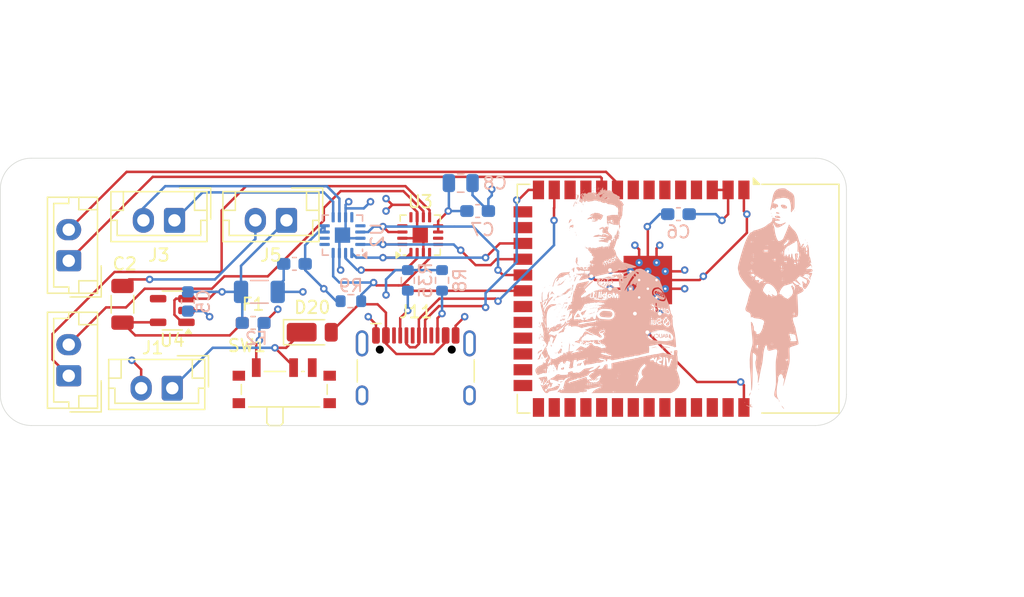
<source format=kicad_pcb>
(kicad_pcb (version 20241229) (generator "pcbnew") (generator_version "9.0")
  (layers (0 "F.Cu" signal) (4 "In1.Cu" power) (6 "In2.Cu" power) (2 "B.Cu" signal) (13 "F.Paste" user) (15 "B.Paste" user) (5 "F.SilkS" user "F.Silkscreen") (7 "B.SilkS" user "B.Silkscreen") (1 "F.Mask" user) (3 "B.Mask" user) (25 "Edge.Cuts" user))
  (net 0 "")
  (net 1 "GND")
  (net 2 "+5V")
  (net 3 "/Power/+3V3_Unfused")
  (net 4 "+3V3")
  (net 5 "/Connectors/5V_unfused")
  (net 6 "/MCU/USB_5V")
  (net 7 "Net-(SW1-A)")
  (net 8 "/Connectors/RX_PICO")
  (net 9 "/Connectors/TX_PICO")
  (net 10 "/Connectors/OUTP_1")
  (net 11 "/Connectors/OUTN_1")
  (net 12 "/Connectors/OUTN_2")
  (net 13 "/Connectors/OUTP_2")
  (net 14 "/MCU/USB_DN")
  (net 17 "/MCU/USB_DP")
  (net 20 "Net-(J11-CC1)")
  (net 22 "Net-(J11-CC2)")
  (net 24 "/MCU/SD_MODE")
  (net 30 "/MCU/I2S_DOUT")
  (net 54 "/MCU/I2S_BCLK")
  (net 56 "/MCU/I2S_LRCLK")
  (footprint "Connector_JST:JST_EH_B2B-EH-A_1x02_P2.50mm_Vertical" (layer "F.Cu") (at 177.82 59.5 180)
    (property "Reference" "J1" (at 1.57 3.25 0) (layer "F.SilkS"))
    (property "Value" "Conn_01x02_Pin" (hide yes))
    (pad "1" thru_hole roundrect (at 0 0 180) (size 1.7 2) (drill 1) (layers "*.Cu" "*.Mask") (roundrect_rratio 0.147059) (net 5 "/Connectors/5V_unfused"))
    (pad "2" thru_hole oval (at 2.5 0 180) (size 1.7 2) (drill 1) (layers "*.Cu" "*.Mask") (net 1 "GND"))
  )
  (footprint "MountingHole:MountingHole_2.2mm_M2_custom" (layer "F.Cu") (at 166 43)
    (property "Reference" "REF**" (hide yes))
    (property "Value" "MountingHole_2.2mm_M2_custom" (hide yes))
    (pad "" np_thru_hole circle (at 0 0) (size 2.2 2.2) (drill 2.2) (layers "*.Cu" "*.Mask"))
  )
  (footprint "Connector_JST:JST_EH_B2B-EH-A_1x02_P2.50mm_Vertical" (layer "F.Cu") (at 187 46 180)
    (property "Reference" "J5" (at 1.25 -2.8 0) (layer "F.SilkS"))
    (property "Value" "Conn_01x02_Pin" (hide yes))
    (pad "1" thru_hole roundrect (at 0 0 180) (size 1.7 2) (drill 1) (layers "*.Cu" "*.Mask") (roundrect_rratio 0.147059) (net 2 "+5V"))
    (pad "2" thru_hole oval (at 2.5 0 180) (size 1.7 2) (drill 1) (layers "*.Cu" "*.Mask") (net 1 "GND"))
  )
  (footprint "Diode_SMD:D_PowerDI-123" (layer "F.Cu") (at 189.07 55)
    (property "Reference" "D20" (at 0 -2 0) (layer "F.SilkS"))
    (property "Value" "D_Schottky" (hide yes))
    (pad "1" smd roundrect (at -0.85 0 180) (size 2.4 1.5) (layers "F.Cu" "F.Mask" "F.Paste") (roundrect_rratio 0.1666666667) (net 5 "/Connectors/5V_unfused"))
    (pad "2" smd roundrect (at 1.525 0 180) (size 1.05 1.5) (layers "F.Cu" "F.Mask" "F.Paste") (roundrect_rratio 0.2380952381) (net 6 "/MCU/USB_5V"))
  )
  (footprint "Connector_JST:JST_EH_B2B-EH-A_1x02_P2.50mm_Vertical" (layer "F.Cu") (at 178 46 180)
    (property "Reference" "J3" (at 1.25 -2.8 0) (layer "F.SilkS"))
    (property "Value" "Conn_01x02_Pin" (hide yes))
    (pad "1" thru_hole roundrect (at 0 0 180) (size 1.7 2) (drill 1) (layers "*.Cu" "*.Mask") (roundrect_rratio 0.147059) (net 10 "/Connectors/OUTP_1"))
    (pad "2" thru_hole oval (at 2.5 0 180) (size 1.7 2) (drill 1) (layers "*.Cu" "*.Mask") (net 11 "/Connectors/OUTN_1"))
  )
  (footprint "RF_Module:ESP32-S3-WROOM-1" (layer "F.Cu") (at 218.5 52.3 -90)
    (property "Reference" "U1" (hide yes))
    (property "Value" "ESP32-S3-WROOM-1" (hide yes))
    (pad "1" smd rect (at -8.75 -5.26 270) (size 1.5 0.9) (layers "F.Cu" "F.Mask" "F.Paste") (net 1 "GND"))
    (pad "2" smd rect (at -8.75 -3.99 270) (size 1.5 0.9) (layers "F.Cu" "F.Mask" "F.Paste") (net 4 "+3V3"))
    (pad "3" smd rect (at -8.75 -2.72 270) (size 1.5 0.9) (layers "F.Cu" "F.Mask" "F.Paste") (net 4 "+3V3"))
    (pad "4" smd rect (at -8.75 -1.45 270) (size 1.5 0.9) (layers "F.Cu" "F.Mask" "F.Paste"))
    (pad "5" smd rect (at -8.75 -0.18 270) (size 1.5 0.9) (layers "F.Cu" "F.Mask" "F.Paste"))
    (pad "6" smd rect (at -8.75 1.09 270) (size 1.5 0.9) (layers "F.Cu" "F.Mask" "F.Paste"))
    (pad "7" smd rect (at -8.75 2.36 270) (size 1.5 0.9) (layers "F.Cu" "F.Mask" "F.Paste"))
    (pad "8" smd rect (at -8.75 3.63 270) (size 1.5 0.9) (layers "F.Cu" "F.Mask" "F.Paste"))
    (pad "9" smd rect (at -8.75 4.9 270) (size 1.5 0.9) (layers "F.Cu" "F.Mask" "F.Paste") (net 8 "/Connectors/RX_PICO"))
    (pad "10" smd rect (at -8.75 6.17 270) (size 1.5 0.9) (layers "F.Cu" "F.Mask" "F.Paste") (net 9 "/Connectors/TX_PICO"))
    (pad "11" smd rect (at -8.75 7.44 270) (size 1.5 0.9) (layers "F.Cu" "F.Mask" "F.Paste"))
    (pad "12" smd rect (at -8.75 8.71 270) (size 1.5 0.9) (layers "F.Cu" "F.Mask" "F.Paste"))
    (pad "13" smd rect (at -8.75 9.98 270) (size 1.5 0.9) (layers "F.Cu" "F.Mask" "F.Paste") (net 14 "/MCU/USB_DN"))
    (pad "14" smd rect (at -8.75 11.25 90) (size 1.5 0.9) (layers "F.Cu" "F.Mask" "F.Paste") (net 17 "/MCU/USB_DP"))
    (pad "15" smd rect (at -6.985 12.5 180) (size 1.5 0.9) (layers "F.Cu" "F.Mask" "F.Paste"))
    (pad "16" smd rect (at -5.715 12.5 180) (size 1.5 0.9) (layers "F.Cu" "F.Mask" "F.Paste"))
    (pad "17" smd rect (at -4.445 12.5 180) (size 1.5 0.9) (layers "F.Cu" "F.Mask" "F.Paste") (net 30 "/MCU/I2S_DOUT"))
    (pad "18" smd rect (at -3.175 12.5 180) (size 1.5 0.9) (layers "F.Cu" "F.Mask" "F.Paste") (net 54 "/MCU/I2S_BCLK"))
    (pad "19" smd rect (at -1.905 12.5 180) (size 1.5 0.9) (layers "F.Cu" "F.Mask" "F.Paste") (net 56 "/MCU/I2S_LRCLK"))
    (pad "20" smd rect (at -0.635 12.5 180) (size 1.5 0.9) (layers "F.Cu" "F.Mask" "F.Paste") (net 24 "/MCU/SD_MODE"))
    (pad "21" smd rect (at 0.635 12.5 180) (size 1.5 0.9) (layers "F.Cu" "F.Mask" "F.Paste"))
    (pad "22" smd rect (at 1.905 12.5 180) (size 1.5 0.9) (layers "F.Cu" "F.Mask" "F.Paste"))
    (pad "23" smd rect (at 3.175 12.5 180) (size 1.5 0.9) (layers "F.Cu" "F.Mask" "F.Paste"))
    (pad "24" smd rect (at 4.445 12.5 180) (size 1.5 0.9) (layers "F.Cu" "F.Mask" "F.Paste"))
    (pad "25" smd rect (at 5.715 12.5 180) (size 1.5 0.9) (layers "F.Cu" "F.Mask" "F.Paste"))
    (pad "26" smd rect (at 6.985 12.5 180) (size 1.5 0.9) (layers "F.Cu" "F.Mask" "F.Paste"))
    (pad "27" smd rect (at 8.75 11.25 270) (size 1.5 0.9) (layers "F.Cu" "F.Mask" "F.Paste"))
    (pad "28" smd rect (at 8.75 9.98 270) (size 1.5 0.9) (layers "F.Cu" "F.Mask" "F.Paste"))
    (pad "29" smd rect (at 8.75 8.71 270) (size 1.5 0.9) (layers "F.Cu" "F.Mask" "F.Paste"))
    (pad "30" smd rect (at 8.75 7.44 270) (size 1.5 0.9) (layers "F.Cu" "F.Mask" "F.Paste"))
    (pad "31" smd rect (at 8.75 6.17 270) (size 1.5 0.9) (layers "F.Cu" "F.Mask" "F.Paste"))
    (pad "32" smd rect (at 8.75 4.9 270) (size 1.5 0.9) (layers "F.Cu" "F.Mask" "F.Paste"))
    (pad "33" smd rect (at 8.75 3.63 270) (size 1.5 0.9) (layers "F.Cu" "F.Mask" "F.Paste"))
    (pad "34" smd rect (at 8.75 2.36 270) (size 1.5 0.9) (layers "F.Cu" "F.Mask" "F.Paste"))
    (pad "35" smd rect (at 8.75 1.09 270) (size 1.5 0.9) (layers "F.Cu" "F.Mask" "F.Paste"))
    (pad "36" smd rect (at 8.75 -0.18 270) (size 1.5 0.9) (layers "F.Cu" "F.Mask" "F.Paste"))
    (pad "37" smd rect (at 8.75 -1.45 270) (size 1.5 0.9) (layers "F.Cu" "F.Mask" "F.Paste"))
    (pad "38" smd rect (at 8.75 -2.72 270) (size 1.5 0.9) (layers "F.Cu" "F.Mask" "F.Paste"))
    (pad "39" smd rect (at 8.75 -3.99 270) (size 1.5 0.9) (layers "F.Cu" "F.Mask" "F.Paste"))
    (pad "40" smd rect (at 8.75 -5.26 270) (size 1.5 0.9) (layers "F.Cu" "F.Mask" "F.Paste") (net 1 "GND"))
    (pad "41" thru_hole circle (at -2.9 1.76) (size 0.6 0.6) (drill 0.2) (property pad_prop_heatsink) (layers "*.Cu" "F.Mask") (net 1 "GND"))
    (pad "41" thru_hole circle (at -2.9 3.16 270) (size 0.6 0.6) (drill 0.2) (property pad_prop_heatsink) (layers "*.Cu" "F.Mask") (net 1 "GND"))
    (pad "41" thru_hole circle (at -2.2 1.06 270) (size 0.6 0.6) (drill 0.2) (property pad_prop_heatsink) (layers "*.Cu" "F.Mask") (net 1 "GND"))
    (pad "41" thru_hole circle (at -2.2 2.46 270) (size 0.6 0.6) (drill 0.2) (property pad_prop_heatsink) (layers "*.Cu" "F.Mask") (net 1 "GND"))
    (pad "41" thru_hole circle (at -2.2 3.86 270) (size 0.6 0.6) (drill 0.2) (property pad_prop_heatsink) (layers "*.Cu" "F.Mask") (net 1 "GND"))
    (pad "41" thru_hole circle (at -1.5 1.76 270) (size 0.6 0.6) (drill 0.2) (property pad_prop_heatsink) (layers "*.Cu" "F.Mask") (net 1 "GND"))
    (pad "41" smd rect (at -1.5 2.46 180) (size 3.9 3.9) (property pad_prop_heatsink) (layers "F.Cu" "F.Mask") (net 1 "GND"))
    (pad "41" thru_hole circle (at -1.5 3.16 270) (size 0.6 0.6) (drill 0.2) (property pad_prop_heatsink) (layers "*.Cu" "F.Mask") (net 1 "GND"))
    (pad "41" thru_hole circle (at -0.8 1.06 270) (size 0.6 0.6) (drill 0.2) (property pad_prop_heatsink) (layers "*.Cu" "F.Mask") (net 1 "GND"))
    (pad "41" thru_hole circle (at -0.8 2.46 270) (size 0.6 0.6) (drill 0.2) (property pad_prop_heatsink) (layers "*.Cu" "F.Mask") (net 1 "GND"))
    (pad "41" thru_hole circle (at -0.8 3.86 270) (size 0.6 0.6) (drill 0.2) (property pad_prop_heatsink) (layers "*.Cu" "F.Mask") (net 1 "GND"))
    (pad "41" thru_hole circle (at -0.1 1.76 270) (size 0.6 0.6) (drill 0.2) (property pad_prop_heatsink) (layers "*.Cu" "F.Mask") (net 1 "GND"))
    (pad "41" thru_hole circle (at -0.1 3.16 270) (size 0.6 0.6) (drill 0.2) (property pad_prop_heatsink) (layers "*.Cu" "F.Mask") (net 1 "GND"))
  )
  (footprint "Connector_JST:JST_EH_B2B-EH-A_1x02_P2.50mm_Vertical" (layer "F.Cu") (at 169.5 58.5 90)
    (property "Reference" "J4" (hide yes))
    (property "Value" "Conn_01x02_Pin" (hide yes))
    (pad "1" thru_hole roundrect (at 0 0 90) (size 1.7 2) (drill 1) (layers "*.Cu" "*.Mask") (roundrect_rratio 0.147059) (net 13 "/Connectors/OUTP_2"))
    (pad "2" thru_hole oval (at 2.5 0 90) (size 1.7 2) (drill 1) (layers "*.Cu" "*.Mask") (net 12 "/Connectors/OUTN_2"))
  )
  (footprint "0_LHRE_Footprints:USB-C_2.0_Receptacle" (layer "F.Cu") (at 197.39 59)
    (property "Reference" "J11" (at 0 -5.645 0) (layer "F.SilkS"))
    (property "Value" "USB_C_Receptacle_USB2.0_16P" (hide yes))
    (pad "" np_thru_hole circle (at -2.89 -2.605) (size 0.65 0.65) (drill 0.65) (layers "*.Mask"))
    (pad "" np_thru_hole circle (at 2.89 -2.605) (size 0.65 0.65) (drill 0.65) (layers "*.Mask"))
    (pad "A1" smd roundrect (at -3.2 -3.745) (size 0.6 1.3) (layers "F.Cu" "F.Mask" "F.Paste") (net 1 "GND"))
    (pad "A4" smd roundrect (at -2.4 -3.745) (size 0.6 1.3) (layers "F.Cu" "F.Mask" "F.Paste") (net 6 "/MCU/USB_5V"))
    (pad "A5" smd roundrect (at -1.25 -3.745) (size 0.3 1.3) (layers "F.Cu" "F.Mask" "F.Paste") (net 20 "Net-(J11-CC1)"))
    (pad "A6" smd roundrect (at -0.25 -3.745) (size 0.3 1.3) (layers "F.Cu" "F.Mask" "F.Paste") (net 17 "/MCU/USB_DP"))
    (pad "A7" smd roundrect (at 0.25 -3.745) (size 0.3 1.3) (layers "F.Cu" "F.Mask" "F.Paste") (net 14 "/MCU/USB_DN"))
    (pad "A8" smd roundrect (at 1.25 -3.745) (size 0.3 1.3) (layers "F.Cu" "F.Mask" "F.Paste"))
    (pad "A9" smd roundrect (at 2.4 -3.745) (size 0.6 1.3) (layers "F.Cu" "F.Mask" "F.Paste") (net 6 "/MCU/USB_5V"))
    (pad "A12" smd roundrect (at 3.2 -3.745) (size 0.6 1.3) (layers "F.Cu" "F.Mask" "F.Paste") (net 1 "GND"))
    (pad "B1" smd roundrect (at 3.2 -3.745) (size 0.6 1.3) (layers "F.Cu" "F.Mask" "F.Paste") (net 1 "GND"))
    (pad "B4" smd roundrect (at 2.4 -3.745) (size 0.6 1.3) (layers "F.Cu" "F.Mask" "F.Paste") (net 6 "/MCU/USB_5V"))
    (pad "B5" smd roundrect (at 1.75 -3.745) (size 0.3 1.3) (layers "F.Cu" "F.Mask" "F.Paste") (net 22 "Net-(J11-CC2)"))
    (pad "B6" smd roundrect (at 0.75 -3.745) (size 0.3 1.3) (layers "F.Cu" "F.Mask" "F.Paste") (net 17 "/MCU/USB_DP"))
    (pad "B7" smd roundrect (at -0.75 -3.745) (size 0.3 1.3) (layers "F.Cu" "F.Mask" "F.Paste") (net 14 "/MCU/USB_DN"))
    (pad "B8" smd roundrect (at -1.75 -3.745) (size 0.3 1.3) (layers "F.Cu" "F.Mask" "F.Paste"))
    (pad "B9" smd roundrect (at -2.4 -3.745) (size 0.6 1.3) (layers "F.Cu" "F.Mask" "F.Paste") (net 6 "/MCU/USB_5V"))
    (pad "B12" smd roundrect (at -3.2 -3.745) (size 0.6 1.3) (layers "F.Cu" "F.Mask" "F.Paste") (net 1 "GND"))
    (pad "S1" thru_hole oval (at -4.32 -3.105) (size 1 2.1) (drill oval 0.6 1.7) (layers "*.Cu" "*.Mask"))
    (pad "S1" thru_hole oval (at -4.32 1.075) (size 1 1.6) (drill oval 0.6 1.2) (layers "*.Cu" "*.Mask"))
    (pad "S1" thru_hole oval (at 4.32 -3.105) (size 1 2.1) (drill oval 0.6 1.7) (layers "*.Cu" "*.Mask"))
    (pad "S1" thru_hole oval (at 4.32 1.075) (size 1 1.6) (drill oval 0.6 1.2) (layers "*.Cu" "*.Mask"))
  )
  (footprint "Capacitor_SMD:C_1206_3216Metric" (layer "F.Cu") (at 173.82 52.75 90)
    (property "Reference" "C2" (at 3.25 0.18 180) (layer "F.SilkS"))
    (property "Value" "4.7u")
    (pad "1" smd roundrect (at -1.475 0 90) (size 1.15 1.8) (layers "F.Cu" "F.Mask" "F.Paste") (roundrect_rratio 0.217391) (net 3 "/Power/+3V3_Unfused"))
    (pad "2" smd roundrect (at 1.475 0 90) (size 1.15 1.8) (layers "F.Cu" "F.Mask" "F.Paste") (roundrect_rratio 0.217391) (net 1 "GND"))
  )
  (footprint "Fuse:Fuse_0603_1608Metric_Pad1.05x0.95mm_HandSolder" (layer "F.Cu") (at 184.32 54.25)
    (property "Reference" "F1" (at 0 -1.5 0) (layer "F.SilkS"))
    (property "Value" "1A" (hide yes))
    (pad "1" smd roundrect (at -0.875 0) (size 1.05 0.95) (layers "F.Cu" "F.Mask" "F.Paste") (net 3 "/Power/+3V3_Unfused"))
    (pad "2" smd roundrect (at 0.875 0) (size 1.05 0.95) (layers "F.Cu" "F.Mask" "F.Paste") (net 4 "+3V3"))
  )
  (footprint "Package_DFN_QFN:TQFN-16-1EP_3x3mm_P0.5mm_EP1.23x1.23mm" (layer "F.Cu") (at 197.75 47.1875 90)
    (property "Reference" "U3" (at 2.6875 0 180) (layer "F.SilkS"))
    (property "Value" "MAX98357A" (hide yes))
    (pad "1" smd roundrect (at -1.4375 -0.75 90) (size 0.825 0.25) (layers "F.Cu" "F.Mask" "F.Paste") (net 30 "/MCU/I2S_DOUT"))
    (pad "2" smd roundrect (at -1.4375 -0.25 90) (size 0.825 0.25) (layers "F.Cu" "F.Mask" "F.Paste") (net 4 "+3V3"))
    (pad "3" smd roundrect (at -1.4375 0.25 90) (size 0.825 0.25) (layers "F.Cu" "F.Mask" "F.Paste") (net 1 "GND"))
    (pad "4" smd roundrect (at -1.4375 0.75 90) (size 0.825 0.25) (layers "F.Cu" "F.Mask" "F.Paste") (net 24 "/MCU/SD_MODE"))
    (pad "5" smd roundrect (at -0.75 1.4375 90) (size 0.25 0.825) (layers "F.Cu" "F.Mask" "F.Paste"))
    (pad "6" smd roundrect (at -0.25 1.4375 90) (size 0.25 0.825) (layers "F.Cu" "F.Mask" "F.Paste"))
    (pad "7" smd roundrect (at 0.25 1.4375 90) (size 0.25 0.825) (layers "F.Cu" "F.Mask" "F.Paste") (net 4 "+3V3"))
    (pad "8" smd roundrect (at 0.75 1.4375 90) (size 0.25 0.825) (layers "F.Cu" "F.Mask" "F.Paste") (net 4 "+3V3"))
    (pad "9" smd roundrect (at 1.4375 0.75 90) (size 0.825 0.25) (layers "F.Cu" "F.Mask" "F.Paste") (net 13 "/Connectors/OUTP_2"))
    (pad "10" smd roundrect (at 1.4375 0.25 90) (size 0.825 0.25) (layers "F.Cu" "F.Mask" "F.Paste") (net 12 "/Connectors/OUTN_2"))
    (pad "11" smd roundrect (at 1.4375 -0.25 90) (size 0.825 0.25) (layers "F.Cu" "F.Mask" "F.Paste") (net 1 "GND"))
    (pad "12" smd roundrect (at 1.4375 -0.75 90) (size 0.825 0.25) (layers "F.Cu" "F.Mask" "F.Paste"))
    (pad "13" smd roundrect (at 0.75 -1.4375 90) (size 0.25 0.825) (layers "F.Cu" "F.Mask" "F.Paste"))
    (pad "14" smd roundrect (at 0.25 -1.4375 90) (size 0.25 0.825) (layers "F.Cu" "F.Mask" "F.Paste") (net 56 "/MCU/I2S_LRCLK"))
    (pad "15" smd roundrect (at -0.25 -1.4375 90) (size 0.25 0.825) (layers "F.Cu" "F.Mask" "F.Paste") (net 1 "GND"))
    (pad "16" smd roundrect (at -0.75 -1.4375 90) (size 0.25 0.825) (layers "F.Cu" "F.Mask" "F.Paste") (net 54 "/MCU/I2S_BCLK"))
    (pad "17" smd rect (at 0 0 90) (size 1.23 1.23) (property pad_prop_heatsink) (layers "F.Cu" "F.Mask") (net 1 "GND"))
  )
  (footprint "Button_Switch_SMD:SW_SPDT_PCM12" (layer "F.Cu") (at 186.82 59.275)
    (property "Reference" "SW1" (at -3 -3.2 0) (layer "F.SilkS"))
    (property "Value" "SW_SPDT" (hide yes))
    (pad "" smd rect (at -3.65 -0.78) (size 1 0.8) (layers "F.Cu" "F.Mask" "F.Paste"))
    (pad "" smd rect (at -3.65 1.43) (size 1 0.8) (layers "F.Cu" "F.Mask" "F.Paste"))
    (pad "" np_thru_hole circle (at -1.5 0.33) (size 0.9 0.9) (drill 0.9) (layers "*.Cu" "*.Mask"))
    (pad "" np_thru_hole circle (at 1.5 0.33) (size 0.9 0.9) (drill 0.9) (layers "*.Cu" "*.Mask"))
    (pad "" smd rect (at 3.65 -0.78) (size 1 0.8) (layers "F.Cu" "F.Mask" "F.Paste"))
    (pad "" smd rect (at 3.65 1.43) (size 1 0.8) (layers "F.Cu" "F.Mask" "F.Paste"))
    (pad "1" smd rect (at -2.25 -1.43) (size 0.7 1.5) (layers "F.Cu" "F.Mask" "F.Paste") (net 7 "Net-(SW1-A)"))
    (pad "2" smd rect (at 0.75 -1.43) (size 0.7 1.5) (layers "F.Cu" "F.Mask" "F.Paste") (net 5 "/Connectors/5V_unfused"))
    (pad "3" smd rect (at 2.25 -1.43) (size 0.7 1.5) (layers "F.Cu" "F.Mask" "F.Paste"))
  )
  (footprint "MountingHole:MountingHole_2.2mm_M2_custom" (layer "F.Cu") (at 166 60.5)
    (property "Reference" "REF**" (hide yes))
    (property "Value" "MountingHole_2.2mm_M2_custom" (hide yes))
    (pad "" np_thru_hole circle (at 0 0) (size 2.2 2.2) (drill 2.2) (layers "*.Cu" "*.Mask"))
  )
  (footprint "Package_TO_SOT_SMD:SOT-23-5" (layer "F.Cu") (at 177.82 53.25 180)
    (property "Reference" "U4" (at 0 -2.4 0) (layer "F.SilkS"))
    (property "Value" "RT9013-33GB" (hide yes))
    (pad "1" smd roundrect (at -1.1375 -0.95 180) (size 1.325 0.6) (layers "F.Cu" "F.Mask" "F.Paste") (net 2 "+5V"))
    (pad "2" smd roundrect (at -1.1375 0 180) (size 1.325 0.6) (layers "F.Cu" "F.Mask" "F.Paste") (net 1 "GND"))
    (pad "3" smd roundrect (at -1.1375 0.95 180) (size 1.325 0.6) (layers "F.Cu" "F.Mask" "F.Paste") (net 2 "+5V"))
    (pad "4" smd roundrect (at 1.1375 0.95 180) (size 1.325 0.6) (layers "F.Cu" "F.Mask" "F.Paste"))
    (pad "5" smd roundrect (at 1.1375 -0.95 180) (size 1.325 0.6) (layers "F.Cu" "F.Mask" "F.Paste") (net 3 "/Power/+3V3_Unfused"))
  )
  (footprint "Connector_JST:JST_EH_B2B-EH-A_1x02_P2.50mm_Vertical" (layer "F.Cu") (at 169.5 49.25 90)
    (property "Reference" "J2" (hide yes))
    (property "Value" "Conn_01x02_Pin" (hide yes))
    (pad "1" thru_hole roundrect (at 0 0 90) (size 1.7 2) (drill 1) (layers "*.Cu" "*.Mask") (roundrect_rratio 0.147059) (net 9 "/Connectors/TX_PICO"))
    (pad "2" thru_hole oval (at 2.5 0 90) (size 1.7 2) (drill 1) (layers "*.Cu" "*.Mask") (net 8 "/Connectors/RX_PICO"))
  )
  (footprint "Fuse:Fuse_0603_1608Metric_Pad1.05x0.95mm_HandSolder" (layer "B.Cu") (at 184.32 54.25 180)
    (property "Reference" "F2" (at -0.25 -1.25 0) (layer "B.SilkS") (effects (justify mirror)))
    (property "Value" "1A" (hide yes))
    (pad "1" smd roundrect (at -0.875 0 180) (size 1.05 0.95) (layers "B.Cu" "B.Mask" "B.Paste") (net 7 "Net-(SW1-A)"))
    (pad "2" smd roundrect (at 0.875 0 180) (size 1.05 0.95) (layers "B.Cu" "B.Mask" "B.Paste") (net 2 "+5V"))
  )
  (footprint "Resistor_SMD:R_0603_1608Metric" (layer "B.Cu") (at 192.175 52.5)
    (property "Reference" "R9" (at 0 -1.25 0) (layer "B.SilkS") (effects (justify mirror)))
    (property "Value" "100k" (hide yes))
    (pad "1" smd roundrect (at -0.825 0) (size 0.8 0.95) (layers "B.Cu" "B.Mask" "B.Paste") (net 4 "+3V3"))
    (pad "2" smd roundrect (at 0.825 0) (size 0.8 0.95) (layers "B.Cu" "B.Mask" "B.Paste") (net 24 "/MCU/SD_MODE"))
  )
  (footprint "Package_DFN_QFN:TQFN-16-1EP_3x3mm_P0.5mm_EP1.23x1.23mm" (layer "B.Cu") (at 191.5 47.1875 90)
    (property "Reference" "U2" (at 0 2.8 90) (layer "B.SilkS") (effects (justify mirror)))
    (property "Value" "MAX98357A" (hide yes))
    (pad "1" smd roundrect (at -1.4375 0.75 90) (size 0.825 0.25) (layers "B.Cu" "B.Mask" "B.Paste") (net 30 "/MCU/I2S_DOUT"))
    (pad "2" smd roundrect (at -1.4375 0.25 90) (size 0.825 0.25) (layers "B.Cu" "B.Mask" "B.Paste") (net 4 "+3V3"))
    (pad "3" smd roundrect (at -1.4375 -0.25 90) (size 0.825 0.25) (layers "B.Cu" "B.Mask" "B.Paste") (net 1 "GND"))
    (pad "4" smd roundrect (at -1.4375 -0.75 90) (size 0.825 0.25) (layers "B.Cu" "B.Mask" "B.Paste") (net 24 "/MCU/SD_MODE"))
    (pad "5" smd roundrect (at -0.75 -1.4375 90) (size 0.25 0.825) (layers "B.Cu" "B.Mask" "B.Paste"))
    (pad "6" smd roundrect (at -0.25 -1.4375 90) (size 0.25 0.825) (layers "B.Cu" "B.Mask" "B.Paste"))
    (pad "7" smd roundrect (at 0.25 -1.4375 90) (size 0.25 0.825) (layers "B.Cu" "B.Mask" "B.Paste") (net 4 "+3V3"))
    (pad "8" smd roundrect (at 0.75 -1.4375 90) (size 0.25 0.825) (layers "B.Cu" "B.Mask" "B.Paste") (net 4 "+3V3"))
    (pad "9" smd roundrect (at 1.4375 -0.75 90) (size 0.825 0.25) (layers "B.Cu" "B.Mask" "B.Paste") (net 10 "/Connectors/OUTP_1"))
    (pad "10" smd roundrect (at 1.4375 -0.25 90) (size 0.825 0.25) (layers "B.Cu" "B.Mask" "B.Paste") (net 11 "/Connectors/OUTN_1"))
    (pad "11" smd roundrect (at 1.4375 0.25 90) (size 0.825 0.25) (layers "B.Cu" "B.Mask" "B.Paste") (net 1 "GND"))
    (pad "12" smd roundrect (at 1.4375 0.75 90) (size 0.825 0.25) (layers "B.Cu" "B.Mask" "B.Paste"))
    (pad "13" smd roundrect (at 0.75 1.4375 90) (size 0.25 0.825) (layers "B.Cu" "B.Mask" "B.Paste"))
    (pad "14" smd roundrect (at 0.25 1.4375 90) (size 0.25 0.825) (layers "B.Cu" "B.Mask" "B.Paste") (net 56 "/MCU/I2S_LRCLK"))
    (pad "15" smd roundrect (at -0.25 1.4375 90) (size 0.25 0.825) (layers "B.Cu" "B.Mask" "B.Paste") (net 1 "GND"))
    (pad "16" smd roundrect (at -0.75 1.4375 90) (size 0.25 0.825) (layers "B.Cu" "B.Mask" "B.Paste") (net 54 "/MCU/I2S_BCLK"))
    (pad "17" smd rect (at 0 0 90) (size 1.23 1.23) (property pad_prop_heatsink) (layers "B.Cu" "B.Mask") (net 1 "GND"))
  )
  (footprint "Capacitor_SMD:C_0603_1608Metric_Pad1.08x0.95mm_HandSolder" (layer "B.Cu") (at 187.6375 49.5)
    (property "Reference" "C3" (hide yes))
    (property "Value" "100n" (hide yes))
    (pad "1" smd roundrect (at -0.8625 0) (size 1.075 0.95) (layers "B.Cu" "B.Mask" "B.Paste") (net 1 "GND"))
    (pad "2" smd roundrect (at 0.8625 0) (size 1.075 0.95) (layers "B.Cu" "B.Mask" "B.Paste") (net 4 "+3V3"))
  )
  (footprint "Resistor_SMD:R_0603_1608Metric" (layer "B.Cu") (at 199.5 50.825 90)
    (property "Reference" "R8" (at 0 1.43 90) (layer "B.SilkS") (effects (justify mirror)))
    (property "Value" "5.1k" (hide yes))
    (pad "1" smd roundrect (at -0.825 0 90) (size 0.8 0.95) (layers "B.Cu" "B.Mask" "B.Paste") (net 22 "Net-(J11-CC2)"))
    (pad "2" smd roundrect (at 0.825 0 90) (size 0.8 0.95) (layers "B.Cu" "B.Mask" "B.Paste") (net 1 "GND"))
  )
  (footprint "Capacitor_SMD:C_0603_1608Metric_Pad1.08x0.95mm_HandSolder" (layer "B.Cu") (at 202.3625 45.25 180)
    (property "Reference" "C7" (at -0.3875 -1.5 0) (layer "B.SilkS") (effects (justify mirror)))
    (property "Value" "100n" (hide yes))
    (pad "1" smd roundrect (at -0.8625 0 180) (size 1.075 0.95) (layers "B.Cu" "B.Mask" "B.Paste") (net 1 "GND"))
    (pad "2" smd roundrect (at 0.8625 0 180) (size 1.075 0.95) (layers "B.Cu" "B.Mask" "B.Paste") (net 4 "+3V3"))
  )
  (footprint "Capacitor_SMD:C_0603_1608Metric" (layer "B.Cu") (at 179.07 52.525 -90)
    (property "Reference" "C5" (at 0 -1.25 90) (layer "B.SilkS") (effects (justify mirror)))
    (property "Value" "22u" (hide yes))
    (pad "1" smd roundrect (at -0.775 0 270) (size 0.9 0.95) (layers "B.Cu" "B.Mask" "B.Paste") (net 2 "+5V"))
    (pad "2" smd roundrect (at 0.775 0 270) (size 0.9 0.95) (layers "B.Cu" "B.Mask" "B.Paste") (net 1 "GND"))
  )
  (footprint "Capacitor_SMD:C_1206_3216Metric" (layer "B.Cu") (at 184.82 51.75)
    (property "Reference" "C1" (hide yes))
    (property "Value" "4.7u" (hide yes))
    (pad "1" smd roundrect (at -1.475 0) (size 1.15 1.8) (layers "B.Cu" "B.Mask" "B.Paste") (roundrect_rratio 0.217391) (net 2 "+5V"))
    (pad "2" smd roundrect (at 1.475 0) (size 1.15 1.8) (layers "B.Cu" "B.Mask" "B.Paste") (roundrect_rratio 0.217391) (net 1 "GND"))
  )
  (footprint "YerraGlasses:mv3" (layer "B.Cu") (at 212.5 51.5 180)
    (property "Reference" "G***" (hide yes))
    (property "Value" "LOGO" (hide yes))
  )
  (footprint "YerraGlasses:ale2" (layer "B.Cu") (at 225.961595 53.021054 180)
    (property "Reference" "G***" (hide yes))
    (property "Value" "LOGO" (hide yes))
  )
  (footprint "Capacitor_SMD:C_0805_2012Metric" (layer "B.Cu") (at 201 43 180)
    (property "Reference" "C8" (at -2.75 0 0) (layer "B.SilkS") (effects (justify mirror)))
    (property "Value" "10u" (hide yes))
    (pad "1" smd roundrect (at -0.95 0 180) (size 1 1.45) (layers "B.Cu" "B.Mask" "B.Paste") (net 1 "GND"))
    (pad "2" smd roundrect (at 0.95 0 180) (size 1 1.45) (layers "B.Cu" "B.Mask" "B.Paste") (net 4 "+3V3"))
  )
  (footprint "Resistor_SMD:R_0603_1608Metric" (layer "B.Cu") (at 196.75 50.825 90)
    (property "Reference" "R35" (at 0 1.43 90) (layer "B.SilkS") (effects (justify mirror)))
    (property "Value" "5.1k" (hide yes))
    (pad "1" smd roundrect (at -0.825 0 90) (size 0.8 0.95) (layers "B.Cu" "B.Mask" "B.Paste") (net 20 "Net-(J11-CC1)"))
    (pad "2" smd roundrect (at 0.825 0 90) (size 0.8 0.95) (layers "B.Cu" "B.Mask" "B.Paste") (net 1 "GND"))
  )
  (footprint "Capacitor_SMD:C_0603_1608Metric_Pad1.08x0.95mm_HandSolder" (layer "B.Cu") (at 218.5 45.5)
    (property "Reference" "C6" (at 0 1.43 0) (layer "B.SilkS") (effects (justify mirror)))
    (property "Value" "100n" (hide yes))
    (pad "1" smd roundrect (at -0.8625 0) (size 1.075 0.95) (layers "B.Cu" "B.Mask" "B.Paste") (net 1 "GND"))
    (pad "2" smd roundrect (at 0.8625 0) (size 1.075 0.95) (layers "B.Cu" "B.Mask" "B.Paste") (net 4 "+3V3"))
  )
  (gr_arc (start 164 43.5) (mid 164.732233 41.732233) (end 166.5 41) (stroke (width 0.05)) (layer "Edge.Cuts"))
  (gr_arc (start 232 60) (mid 231.267767 61.767767) (end 229.5 62.5) (stroke (width 0.05)) (layer "Edge.Cuts"))
  (gr_line (start 166.5 41) (end 229.5 41) (stroke (width 0.05)) (layer "Edge.Cuts"))
  (gr_arc (start 166.5 62.5) (mid 164.732233 61.767767) (end 164 60) (stroke (width 0.05)) (layer "Edge.Cuts"))
  (gr_line (start 232 43.5) (end 232 60) (stroke (width 0.05)) (layer "Edge.Cuts"))
  (gr_line (start 229.5 62.5) (end 166.5 62.5) (stroke (width 0.05)) (layer "Edge.Cuts"))
  (gr_arc (start 229.5 41) (mid 231.267767 41.732233) (end 232 43.5) (stroke (width 0.05)) (layer "Edge.Cuts"))
  (gr_line (start 164 60) (end 164 43.5) (stroke (width 0.05)) (layer "Edge.Cuts"))
  (segment (start 198 48.625) (end 198 47.4375) (width 0.2) (layer "F.Cu") (net 1))
  (segment (start 194.19 55.255) (end 194.19 54.37) (width 0.2) (layer "F.Cu") (net 1))
  (segment (start 215.34 50.8) (end 211.8 50.8) (width 0.2) (layer "F.Cu") (net 1))
  (segment (start 214.64 51.5) (end 213 51.5) (width 0.2) (layer "F.Cu") (net 1))
  (segment (start 224 47) (end 220.5 50.5) (width 0.2) (layer "F.Cu") (net 1))
  (segment (start 216.74 52.2) (end 216.74 53.24) (width 0.2) (layer "F.Cu") (net 1))
  (segment (start 195 45.25) (end 195.5 44.75) (width 0.2) (layer "F.Cu") (net 1))
  (segment (start 215.34 52.2) (end 215.34 53.16) (width 0.2) (layer "F.Cu") (net 1))
  (segment (start 200.59 55.255) (end 200.59 54.48) (width 0.2) (layer "F.Cu") (net 1))
  (segment (start 223.76 59.26) (end 223.5 59) (width 0.2) (layer "F.Cu") (net 1))
  (segment (start 215.34 48.34) (end 215 48) (width 0.2) (layer "F.Cu") (net 1))
  (segment (start 218.9 50.1) (end 219 50) (width 0.2) (layer "F.Cu") (net 1))
  (segment (start 211.8 50.8) (end 211.5 50.5) (width 0.2) (layer "F.Cu") (net 1))
  (segment (start 214.64 50.1) (end 213.1 50.1) (width 0.2) (layer "F.Cu") (net 1))
  (segment (start 195.5 44.75) (end 196.928298 44.75) (width 0.2) (layer "F.Cu") (net 1))
  (segment (start 197.75 47.1875) (end 197.5 47.4375) (width 0.2) (layer "F.Cu") (net 1))
  (segment (start 197.5 45.321702) (end 197.5 45.75) (width 0.2) (layer "F.Cu") (net 1))
  (segment (start 220 59) (end 216 55) (width 0.2) (layer "F.Cu") (net 1))
  (segment (start 223.5 59) (end 220 59) (width 0.2) (layer "F.Cu") (net 1))
  (segment (start 216.04 46.54) (end 216 46.5) (width 0.2) (layer "F.Cu") (net 1))
  (segment (start 215.34 53.16) (end 215 53.5) (width 0.2) (layer "F.Cu") (net 1))
  (segment (start 180.32 53.25) (end 180.82 53.75) (width 0.2) (layer "F.Cu") (net 1))
  (segment (start 223.76 43.55) (end 223.76 45.26) (width 0.2) (layer "F.Cu") (net 1))
  (segment (start 216.74 53.24) (end 217 53.5) (width 0.2) (layer "F.Cu") (net 1))
  (segment (start 197.5 47.4375) (end 196.3125 47.4375) (width 0.2) (layer "F.Cu") (net 1))
  (segment (start 174.345 50.75) (end 173.82 51.275) (width 0.2) (layer "F.Cu") (net 1))
  (segment (start 216.74 50.8) (end 220.2 50.8) (width 0.2) (layer "F.Cu") (net 1))
  (segment (start 197.75 47.1875) (end 197.5 46.9375) (width 0.2) (layer "F.Cu") (net 1))
  (segment (start 200.59 54.48) (end 201.32 53.75) (width 0.2) (layer "F.Cu") (net 1))
  (segment (start 217.44 50.1) (end 218.9 50.1) (width 0.2) (layer "F.Cu") (net 1))
  (segment (start 223.76 61.05) (end 223.76 59.26) (width 0.2) (layer "F.Cu") (net 1))
  (segment (start 176 50.75) (end 174.345 50.75) (width 0.2) (layer "F.Cu") (net 1))
  (segment (start 213.1 50.1) (end 213 50) (width 0.2) (layer "F.Cu") (net 1))
  (segment (start 197.5 46.9375) (end 197.5 45.75) (width 0.2) (layer "F.Cu") (net 1))
  (segment (start 198 47.4375) (end 197.75 47.1875) (width 0.2) (layer "F.Cu") (net 1))
  (segment (start 195.5 44.75) (end 195 44.25) (width 0.2) (layer "F.Cu") (net 1))
  (segment (start 175.32 58) (end 175.32 59.5) (width 0.2) (layer "F.Cu") (net 1))
  (segment (start 215.34 49.4) (end 215.34 48.34) (width 0.2) (layer "F.Cu") (net 1))
  (segment (start 224 45.5) (end 224 47) (width 0.2) (layer "F.Cu") (net 1))
  (segment (start 220.2 50.8) (end 220.5 50.5) (width 0.2) (layer "F.Cu") (net 1))
  (segment (start 217.44 51.5) (end 219 51.5) (width 0.2) (layer "F.Cu") (net 1))
  (segment (start 223.76 45.26) (end 224 45.5) (width 0.2) (layer "F.Cu") (net 1))
  (segment (start 216.74 49.4) (end 216.74 48.26) (width 0.2) (layer "F.Cu") (net 1))
  (segment (start 174.57 57.25) (end 175.32 58) (width 0.2) (layer "F.Cu") (net 1))
  (segment (start 216.04 54.96) (end 216 55) (width 0.2) (layer "F.Cu") (net 1))
  (segment (start 178.9575 53.25) (end 180.32 53.25) (width 0.2) (layer "F.Cu") (net 1))
  (segment (start 196.928298 44.75) (end 197.5 45.321702) (width 0.2) (layer "F.Cu") (net 1))
  (segment (start 216.74 48.26) (end 217 48) (width 0.2) (layer "F.Cu") (net 1))
  (segment (start 194.19 54.37) (end 193.57 53.75) (width 0.2) (layer "F.Cu") (net 1))
  (segment (start 216.04 50.1) (end 216.04 46.54) (width 0.2) (layer "F.Cu") (net 1))
  (segment (start 216.04 51.5) (end 216.04 54.96) (width 0.2) (layer "F.Cu") (net 1))
  (via (at 193.75 44.5) (size 0.6) (drill 0.3) (layers "F.Cu" "B.Cu") (net 1))
  (via (at 201.32 53.75) (size 0.6) (drill 0.3) (layers "F.Cu" "B.Cu") (net 1))
  (via (at 195 52) (size 0.6) (drill 0.3) (layers "F.Cu" "B.Cu") (net 1))
  (via (at 217 53.5) (size 0.6) (drill 0.3) (layers "F.Cu" "B.Cu") (net 1))
  (via (at 215 48) (size 0.6) (drill 0.3) (layers "F.Cu" "B.Cu") (net 1))
  (via (at 191.35 50) (size 0.6) (drill 0.3) (layers "F.Cu" "B.Cu") (net 1))
  (via (at 193.57 53.75) (size 0.6) (drill 0.3) (layers "F.Cu" "B.Cu") (net 1))
  (via (at 176 50.75) (size 0.6) (drill 0.3) (layers "F.Cu" "B.Cu") (net 1))
  (via (at 216 46.5) (size 0.6) (drill 0.3) (layers "F.Cu" "B.Cu") (net 1))
  (via (at 223.5 59) (size 0.6) (drill 0.3) (layers "F.Cu" "B.Cu") (net 1))
  (via (at 224 45.5) (size 0.6) (drill 0.3) (layers "F.Cu" "B.Cu") (net 1))
  (via (at 219 51.5) (size 0.6) (drill 0.3) (layers "F.Cu" "B.Cu") (net 1))
  (via (at 192 44.5) (size 0.6) (drill 0.3) (layers "F.Cu" "B.Cu") (net 1))
  (via (at 180.82 53.75) (size 0.6) (drill 0.3) (layers "F.Cu" "B.Cu") (net 1))
  (via (at 213 50) (size 0.6) (drill 0.3) (layers "F.Cu" "B.Cu") (net 1))
  (via (at 215 53.5) (size 0.6) (drill 0.3) (layers "F.Cu" "B.Cu") (net 1))
  (via (at 195 45.25) (size 0.6) (drill 0.3) (layers "F.Cu" "B.Cu") (net 1))
  (via (at 217 48) (size 0.6) (drill 0.3) (layers "F.Cu" "B.Cu") (net 1))
  (via (at 219 50) (size 0.6) (drill 0.3) (layers "F.Cu" "B.Cu") (net 1))
  (via (at 174.57 57.25) (size 0.6) (drill 0.3) (layers "F.Cu" "B.Cu") (net 1))
  (via (at 203.5 43.5) (size 0.6) (drill 0.3) (layers "F.Cu" "B.Cu") (net 1))
  (via (at 211.5 50.5) (size 0.6) (drill 0.3) (layers "F.Cu" "B.Cu") (net 1))
  (via (at 188.32 51.75) (size 0.6) (drill 0.3) (layers "F.Cu" "B.Cu") (net 1))
  (via (at 220.5 50.5) (size 0.6) (drill 0.3) (layers "F.Cu" "B.Cu") (net 1))
  (via (at 213 51.5) (size 0.6) (drill 0.3) (layers "F.Cu" "B.Cu") (net 1))
  (via (at 216 55) (size 0.6) (drill 0.3) (layers "F.Cu" "B.Cu") (net 1))
  (via (at 195 44.25) (size 0.6) (drill 0.3) (layers "F.Cu" "B.Cu") (net 1))
  (segment (start 186.775 50.815) (end 186.775 49.5) (width 0.2) (layer "B.Cu") (net 1))
  (segment (start 193.75 44.5) (end 193.2135 45.0365) (width 0.2) (layer "B.Cu") (net 1))
  (segment (start 195.75 50) (end 196.75 50) (width 0.2) (layer "B.Cu") (net 1))
  (segment (start 191.25 47.4375) (end 191.5 47.1875) (width 0.2) (layer "B.Cu") (net 1))
  (segment (start 191.25 49.053298) (end 191.25 48.625) (width 0.2) (layer "B.Cu") (net 1))
  (segment (start 186.295 51.295) (end 186.775 50.815) (width 0.2) (layer "B.Cu") (net 1))
  (segment (start 191.25 48.625) (end 191.25 47.4375) (width 0.2) (layer "B.Cu") (net 1))
  (segment (start 201.95 43) (end 201.95 43.975) (width 0.2) (layer "B.Cu") (net 1))
  (segment (start 195 50.75) (end 195.75 50) (width 0.2) (layer "B.Cu") (net 1))
  (segment (start 191.75 44.75) (end 192 44.5) (width 0.2) (layer "B.Cu") (net 1))
  (segment (start 191.5 47.1875) (end 191.75 46.9375) (width 0.2) (layer "B.Cu") (net 1))
  (segment (start 191.5 47.1875) (end 191.75 47.4375) (width 0.2) (layer "B.Cu") (net 1))
  (segment (start 180.37 53.3) (end 180.82 53.75) (width 0.2) (layer "B.Cu") (net 1))
  (segment (start 195 52) (end 195 50.75) (width 0.2) (layer "B.Cu") (net 1))
  (segment (start 203.5 43.5) (end 203.5 44) (width 0.2) (layer "B.Cu") (net 1))
  (segment (start 191.75 45.75) (end 191.75 45) (width 0.2) (layer "B.Cu") (net 1))
  (segment (start 198.25 50) (end 199.5 50) (width 0.2) (layer "B.Cu") (net 1))
  (segment (start 199.5 50) (end 199.75 49.75) (width 0.2) (layer "B.Cu") (net 1))
  (segment (start 191.75 45) (end 191.75 44.75) (width 0.2) (layer "B.Cu") (net 1))
  (segment (start 191.25 48.625) (end 191.25 49.9) (width 0.2) (layer "B.Cu") (net 1))
  (segment (start 193.2135 45.0365) (end 191.7865 45.0365) (width 0.2) (layer "B.Cu") (net 1))
  (segment (start 179.07 53.3) (end 180.37 53.3) (width 0.2) (layer "B.Cu") (net 1))
  (segment (start 217.6375 45.5) (end 217 45.5) (width 0.2) (layer "B.Cu") (net 1))
  (segment (start 203.5 44) (end 203.225 44.275) (width 0.2) (layer "B.Cu") (net 1))
  (segment (start 191.75 47.4375) (end 192.9375 47.4375) (width 0.2) (layer "B.Cu") (net 1))
  (segment (start 191.25 49.9) (end 191.35 50) (width 0.2) (layer "B.Cu") (net 1))
  (segment (start 191.75 46.9375) (end 191.75 45.75) (width 0.2) (layer "B.Cu") (net 1))
  (segment (start 186.295 51.75) (end 188.32 51.75) (width 0.2) (layer "B.Cu") (net 1))
  (segment (start 181.25 50.75) (end 184.5 47.5) (width 0.2) (layer "B.Cu") (net 1))
  (segment (start 191.7865 45.0365) (end 191.75 45) (width 0.2) (layer "B.Cu") (net 1))
  (segment (start 203.225 44.275) (end 203.225 45.25) (width 0.2) (layer "B.Cu") (net 1))
  (segment (start 186.295 51.75) (end 186.295 51.295) (width 0.2) (layer "B.Cu") (net 1))
  (segment (start 196.75 50) (end 198.25 50) (width 0.2) (layer "B.Cu") (net 1))
  (segment (start 201.95 43.975) (end 203.225 45.25) (width 0.2) (layer "B.Cu") (net 1))
  (segment (start 176 50.75) (end 181.25 50.75) (width 0.2) (layer "B.Cu") (net 1))
  (segment (start 217 45.5) (end 216 46.5) (width 0.2) (layer "B.Cu") (net 1))
  (segment (start 184.5 47.5) (end 184.5 46) (width 0.2) (layer "B.Cu") (net 1))
  (segment (start 180.77 52.3) (end 178.9575 52.3) (width 0.2) (layer "F.Cu") (net 2))
  (segment (start 178.9575 54.2) (end 178.603032 54.2) (width 0.2) (layer "F.Cu") (net 2))
  (segment (start 177.994 53.590968) (end 177.994 52.426) (width 0.2) (layer "F.Cu") (net 2))
  (segment (start 181.82 51.75) (end 181.32 51.75) (width 0.2) (layer "F.Cu") (net 2))
  (segment (start 181.32 51.75) (end 180.77 52.3) (width 0.2) (layer "F.Cu") (net 2))
  (segment (start 178.12 52.3) (end 178.9575 52.3) (width 0.2) (layer "F.Cu") (net 2))
  (segment (start 177.994 52.426) (end 178.12 52.3) (width 0.2) (layer "F.Cu") (net 2))
  (segment (start 178.603032 54.2) (end 177.994 53.590968) (width 0.2) (layer "F.Cu") (net 2))
  (via (at 181.82 51.75) (size 0.6) (drill 0.3) (layers "F.Cu" "B.Cu") (net 2))
  (segment (start 183.345 51.75) (end 183.345 49.655) (width 0.2) (layer "B.Cu") (net 2))
  (segment (start 183.345 51.75) (end 181.82 51.75) (width 0.2) (layer "B.Cu") (net 2))
  (segment (start 183.345 49.655) (end 187 46) (width 0.2) (layer "B.Cu") (net 2))
  (segment (start 183.82 54.125) (end 183.695 54) (width 0.2) (layer "B.Cu") (net 2))
  (segment (start 183.445 54.25) (end 183.445 51.85) (width 0.2) (layer "B.Cu") (net 2))
  (segment (start 183.445 51.85) (end 183.345 51.75) (width 0.2) (layer "B.Cu") (net 2))
  (segment (start 181.82 51.75) (end 179.07 51.75) (width 0.2) (layer "B.Cu") (net 2))
  (segment (start 182.445 55.25) (end 183.445 54.25) (width 0.2) (layer "F.Cu") (net 3))
  (segment (start 173.82 54.225) (end 174.845 55.25) (width 0.2) (layer "F.Cu") (net 3))
  (segment (start 173.845 54.2) (end 173.82 54.225) (width 0.2) (layer "F.Cu") (net 3))
  (segment (start 174.845 55.25) (end 182.445 55.25) (width 0.2) (layer "F.Cu") (net 3))
  (segment (start 176.6825 54.2) (end 173.845 54.2) (width 0.2) (layer "F.Cu") (net 3))
  (segment (start 185.195 54.25) (end 185.204609 54.25) (width 0.2) (layer "F.Cu") (net 4))
  (segment (start 222.49 43.55) (end 221.22 43.55) (width 0.2) (layer "F.Cu") (net 4))
  (segment (start 193 50) (end 196.553298 50) (width 0.2) (layer "F.Cu") (net 4))
  (segment (start 199.1875 46.4375) (end 199.1875 46.9375) (width 0.2) (layer "F.Cu") (net 4))
  (segment (start 197.5 49.053298) (end 197.5 48.625) (width 0.2) (layer "F.Cu") (net 4))
  (segment (start 185.204609 54.25) (end 186.304609 53.15) (width 0.2) (layer "F.Cu") (net 4))
  (segment (start 199.1875 46.4375) (end 199.1875 46.0625) (width 0.2) (layer "F.Cu") (net 4))
  (segment (start 222.49 45.51) (end 222 46) (width 0.2) (layer "F.Cu") (net 4))
  (segment (start 222.49 43.55) (end 222.49 45.51) (width 0.2) (layer "F.Cu") (net 4))
  (segment (start 196.553298 50) (end 197.5 49.053298) (width 0.2) (layer "F.Cu") (net 4))
  (segment (start 199.1875 46.0625) (end 200 45.25) (width 0.2) (layer "F.Cu") (net 4))
  (via (at 190 51.5) (size 0.6) (drill 0.3) (layers "F.Cu" "B.Cu") (net 4))
  (via (at 193 50) (size 0.6) (drill 0.3) (layers "F.Cu" "B.Cu") (net 4))
  (via (at 222 46) (size 0.6) (drill 0.3) (layers "F.Cu" "B.Cu") (net 4))
  (via (at 200 45.25) (size 0.6) (drill 0.3) (layers "F.Cu" "B.Cu") (net 4))
  (via (at 186.304609 53.15) (size 0.6) (drill 0.3) (layers "F.Cu" "B.Cu") (net 4))
  (segment (start 191.35 52.5) (end 191 52.5) (width 0.2) (layer "B.Cu") (net 4))
  (segment (start 200.1375 45.1125) (end 200 45.25) (width 0.2) (layer "B.Cu") (net 4))
  (segment (start 201.5 45.25) (end 200 45.25) (width 0.2) (layer "B.Cu") (net 4))
  (segment (start 192.696702 50) (end 193 50) (width 0.2) (layer "B.Cu") (net 4))
  (segment (start 191 52.5) (end 190 51.5) (width 0.2) (layer "B.Cu") (net 4))
  (segment (start 188.5 49.5) (end 188.5 50) (width 0.2) (layer "B.Cu") (net 4))
  (segment (start 188.5 48) (end 188.5 49.5) (width 0.2) (layer "B.Cu") (net 4))
  (segment (start 200.05 43) (end 200.05 45.2) (width 0.2) (layer "B.Cu") (net 4))
  (segment (start 200.05 45.2) (end 200 45.25) (width 0.2) (layer "B.Cu") (net 4))
  (segment (start 191.75 49.053298) (end 192.696702 50) (width 0.2) (layer "B.Cu") (net 4))
  (segment (start 190.0625 46.4375) (end 188.5 48) (width 0.2) (layer "B.Cu") (net 4))
  (segment (start 188.5 50) (end 190 51.5) (width 0.2) (layer "B.Cu") (net 4))
  (segment (start 191.75 48.625) (end 191.75 49.053298) (width 0.2) (layer "B.Cu") (net 4))
  (segment (start 221.5 45.5) (end 222 46) (width 0.2) (layer "B.Cu") (net 4))
  (segment (start 219.3625 45.5) (end 221.5 45.5) (width 0.2) (layer "B.Cu") (net 4))
  (segment (start 190.0625 46.9375) (end 190.0625 46.4375) (width 0.2) (layer "B.Cu") (net 4))
  (segment (start 186.97 56.25) (end 186.07 56.25) (width 0.2) (layer "F.Cu") (net 5))
  (segment (start 187.57 57.75) (end 186.07 56.25) (width 0.2) (layer "F.Cu") (net 5))
  (segment (start 187.57 57.845) (end 187.57 57.75) (width 0.2) (layer "F.Cu") (net 5))
  (segment (start 188.22 55) (end 186.97 56.25) (width 0.2) (layer "F.Cu") (net 5))
  (via (at 186.07 56.25) (size 0.6) (drill 0.3) (layers "F.Cu" "B.Cu") (net 5))
  (segment (start 181.07 56.25) (end 177.82 59.5) (width 0.2) (layer "B.Cu") (net 5))
  (segment (start 186.07 56.25) (end 181.07 56.25) (width 0.2) (layer "B.Cu") (net 5))
  (segment (start 194.99 55.904999) (end 195.835001 56.75) (width 0.2) (layer "F.Cu") (net 6))
  (segment (start 194.99 55.255) (end 194.99 55.904999) (width 0.2) (layer "F.Cu") (net 6))
  (segment (start 195.835001 56.75) (end 198.828824 56.75) (width 0.2) (layer "F.Cu") (net 6))
  (segment (start 194.99 53.42) (end 194.99 55.255) (width 0.2) (layer "F.Cu") (net 6))
  (segment (start 192.82 52.75) (end 194.32 52.75) (width 0.2) (layer "F.Cu") (net 6))
  (segment (start 190.595 54.975) (end 192.82 52.75) (width 0.2) (layer "F.Cu") (net 6))
  (segment (start 198.828824 56.75) (end 199.79 55.788824) (width 0.2) (layer "F.Cu") (net 6))
  (segment (start 199.79 55.788824) (end 199.79 55.255) (width 0.2) (layer "F.Cu") (net 6))
  (segment (start 194.32 52.75) (end 194.99 53.42) (width 0.2) (layer "F.Cu") (net 6))
  (segment (start 190.595 55) (end 190.595 54.975) (width 0.2) (layer "F.Cu") (net 6))
  (segment (start 184.57 57.845) (end 184.57 55.9) (width 0.2) (layer "F.Cu") (net 7))
  (segment (start 184.57 55.9) (end 184.82 55.65) (width 0.2) (layer "F.Cu") (net 7))
  (via (at 184.82 55.65) (size 0.6) (drill 0.3) (layers "F.Cu" "B.Cu") (net 7))
  (segment (start 184.82 55.65) (end 184.82 54.625) (width 0.2) (layer "B.Cu") (net 7))
  (segment (start 184.82 54.625) (end 185.195 54.25) (width 0.2) (layer "B.Cu") (net 7))
  (segment (start 174.151 42.099) (end 169.5 46.75) (width 0.2) (layer "F.Cu") (net 8))
  (segment (start 213.6 43.018) (end 212.681 42.099) (width 0.2) (layer "F.Cu") (net 8))
  (segment (start 213.6 43.55) (end 213.6 43.018) (width 0.2) (layer "F.Cu") (net 8))
  (segment (start 212.681 42.099) (end 174.151 42.099) (width 0.2) (layer "F.Cu") (net 8))
  (segment (start 176.25 42.5) (end 169.5 49.25) (width 0.2) (layer "F.Cu") (net 9))
  (segment (start 212.33 42.6) (end 212.23 42.5) (width 0.2) (layer "F.Cu") (net 9))
  (segment (start 212.23 42.5) (end 176.25 42.5) (width 0.2) (layer "F.Cu") (net 9))
  (segment (start 212.33 43.55) (end 212.33 42.6) (width 0.2) (layer "F.Cu") (net 9))
  (segment (start 190.75 45.75) (end 190.75 44.5) (width 0.2) (layer "B.Cu") (net 10))
  (segment (start 180.25 43.75) (end 178 46) (width 0.2) (layer "B.Cu") (net 10))
  (segment (start 190 43.75) (end 180.25 43.75) (width 0.2) (layer "B.Cu") (net 10))
  (segment (start 190.75 44.5) (end 190 43.75) (width 0.2) (layer "B.Cu") (net 10))
  (segment (start 191.25 44.25) (end 190.25 43.25) (width 0.2) (layer "B.Cu") (net 11))
  (segment (start 191.25 45.75) (end 191.25 44.25) (width 0.2) (layer "B.Cu") (net 11))
  (segment (start 190.25 43.25) (end 177.25 43.25) (width 0.2) (layer "B.Cu") (net 11))
  (segment (start 175.5 45) (end 175.5 46) (width 0.2) (layer "B.Cu") (net 11))
  (segment (start 177.25 43.25) (end 175.5 45) (width 0.2) (layer "B.Cu") (net 11))
  (segment (start 196.394398 43.649) (end 191.351 43.649) (width 0.2) (layer "F.Cu") (net 12))
  (segment (start 172.5 53) (end 174.102057 53) (width 0.2) (layer "F.Cu") (net 12))
  (segment (start 181.0029 51.5) (end 182.00145 50.50145) (width 0.2) (layer "F.Cu") (net 12))
  (segment (start 191.351 43.649) (end 190 45) (width 0.2) (layer "F.Cu") (net 12))
  (segment (start 174.102057 53) (end 175.602057 51.5) (width 0.2) (layer "F.Cu") (net 12))
  (segment (start 190 45) (end 190 46) (width 0.2) (layer "F.Cu") (net 12))
  (segment (start 175.602057 51.5) (end 181.0029 51.5) (width 0.2) (layer "F.Cu") (net 12))
  (segment (start 198 45.75) (end 198 45.254602) (width 0.2) (layer "F.Cu") (net 12))
  (segment (start 190 46) (end 185.5 50.5) (width 0.2) (layer "F.Cu") (net 12))
  (segment (start 198 45.254602) (end 196.394398 43.649) (width 0.2) (layer "F.Cu") (net 12))
  (segment (start 169.5 56) (end 172.5 53) (width 0.2) (layer "F.Cu") (net 12))
  (segment (start 185.5 50.5) (end 182 50.5) (width 0.2) (layer "F.Cu") (net 12))
  (segment (start 196.560498 43.248) (end 198.5 45.187502) (width 0.2) (layer "F.Cu") (net 13))
  (segment (start 168.199 55.13484) (end 173.18484 50.149) (width 0.2) (layer "F.Cu") (net 13))
  (segment (start 169.5 58.5) (end 168.199 57.199) (width 0.2) (layer "F.Cu") (net 13))
  (segment (start 181.7868 45.2132) (end 183.752 43.248) (width 0.2) (layer "F.Cu") (net 13))
  (segment (start 196.560498 43.248) (end 189.752 43.248) (width 0.2) (layer "F.Cu") (net 13))
  (segment (start 183.752 43.248) (end 189.752 43.248) (width 0.2) (layer "F.Cu") (net 13))
  (segment (start 173.18484 50.149) (end 181.7868 50.149) (width 0.2) (layer "F.Cu") (net 13))
  (segment (start 181.7868 50.149) (end 181.7868 45.2132) (width 0.2) (layer "F.Cu") (net 13))
  (segment (start 168.199 57.199) (end 168.199 55.13484) (width 0.2) (layer "F.Cu") (net 13))
  (segment (start 198.5 45.187502) (end 198.5 45.75) (width 0.2) (layer "F.Cu") (net 13))
  (segment (start 197.64 55.938824) (end 197.372824 56.206) (width 0.2) (layer "F.Cu") (net 14))
  (segment (start 208.5 45) (end 208.52 44.98) (width 0.2) (layer "F.Cu") (net 14))
  (segment (start 196.907176 56.206) (end 196.64 55.938824) (width 0.2) (layer "F.Cu") (net 14))
  (segment (start 199.283957 52.299) (end 197.64 53.942957) (width 0.2) (layer "F.Cu") (net 14))
  (segment (start 199.283957 52.299) (end 203.799 52.299) (width 0.2) (layer "F.Cu") (net 14))
  (segment (start 196.64 55.938824) (end 196.64 55.255) (width 0.2) (layer "F.Cu") (net 14))
  (segment (start 197.64 53.942957) (end 197.64 55.255) (width 0.2) (layer "F.Cu") (net 14))
  (segment (start 208.5 46) (end 208.5 45) (width 0.2) (layer "F.Cu") (net 14))
  (segment (start 197.64 55.255) (end 197.64 55.938824) (width 0.2) (layer "F.Cu") (net 14))
  (segment (start 197.372824 56.206) (end 196.907176 56.206) (width 0.2) (layer "F.Cu") (net 14))
  (segment (start 208.52 44.98) (end 208.52 43.55) (width 0.2) (layer "F.Cu") (net 14))
  (segment (start 203.799 52.299) (end 204 52.5) (width 0.2) (layer "F.Cu") (net 14))
  (via (at 204 52.5) (size 0.6) (drill 0.3) (layers "F.Cu" "B.Cu") (net 14))
  (via (at 208.5 46) (size 0.6) (drill 0.3) (layers "F.Cu" "B.Cu") (net 14))
  (segment (start 208.5 48) (end 208.5 46) (width 0.2) (layer "B.Cu") (net 14))
  (segment (start 204 52.5) (end 208.5 48) (width 0.2) (layer "B.Cu") (net 14))
  (segment (start 199.251057 52.899) (end 202.899 52.899) (width 0.2) (layer "F.Cu") (net 17))
  (segment (start 205.5 44.364998) (end 205.635002 44.364998) (width 0.2) (layer "F.Cu") (net 17))
  (segment (start 206.45 43.55) (end 207.25 43.55) (width 0.2) (layer "F.Cu") (net 17))
  (segment (start 202.899 52.899) (end 203 53) (width 0.2) (layer "F.Cu") (net 17))
  (segment (start 205.635002 44.364998) (end 206.45 43.55) (width 0.2) (layer "F.Cu") (net 17))
  (segment (start 198.14 54.010057) (end 199.251057 52.899) (width 0.2) (layer "F.Cu") (net 17))
  (segment (start 198.14 55.255) (end 198.14 54.010057) (width 0.2) (layer "F.Cu") (net 17))
  (via (at 205.5 44.364998) (size 0.6) (drill 0.3) (layers "F.Cu" "B.Cu") (net 17))
  (via (at 203 53) (size 0.6) (drill 0.3) (layers "F.Cu" "B.Cu") (net 17))
  (segment (start 203 53) (end 203 51.849943) (width 0.2) (layer "B.Cu") (net 17))
  (segment (start 205.5 49.349943) (end 205.5 44.364998) (width 0.2) (layer "B.Cu") (net 17))
  (segment (start 203 51.849943) (end 205.5 49.349943) (width 0.2) (layer "B.Cu") (net 17))
  (segment (start 196.14 55.255) (end 196.14 53.86) (width 0.2) (layer "F.Cu") (net 20))
  (segment (start 196.14 53.86) (end 196.75 53.25) (width 0.2) (layer "F.Cu") (net 20))
  (via (at 196.75 53.25) (size 0.6) (drill 0.3) (layers "F.Cu" "B.Cu") (net 20))
  (segment (start 196.75 53.25) (end 196.75 51.65) (width 0.2) (layer "B.Cu") (net 20))
  (segment (start 199.14 55.255) (end 199.14 53.86) (width 0.2) (layer "F.Cu") (net 22))
  (segment (start 199.14 53.86) (end 199.5 53.5) (width 0.2) (layer "F.Cu") (net 22))
  (via (at 199.5 53.5) (size 0.6) (drill 0.3) (layers "F.Cu" "B.Cu") (net 22))
  (segment (start 199.5 53.5) (end 199.5 51.65) (width 0.2) (layer "B.Cu") (net 22))
  (segment (start 196.77 51.23) (end 197.205 51.665) (width 0.2) (layer "F.Cu") (net 24))
  (segment (start 196.323298 51.23) (end 196 51.23) (width 0.2) (layer "F.Cu") (net 24))
  (segment (start 197.205 51.665) (end 206 51.665) (width 0.2) (layer "F.Cu") (net 24))
  (segment (start 196.323298 51.23) (end 196.77 51.23) (width 0.2) (layer "F.Cu") (net 24))
  (segment (start 194.23 51.23) (end 194 51) (width 0.2) (layer "F.Cu") (net 24))
  (segment (start 198.5 49.053298) (end 196.323298 51.23) (width 0.2) (layer "F.Cu") (net 24))
  (segment (start 198.5 48.625) (end 198.5 49.053298) (width 0.2) (layer "F.Cu") (net 24))
  (segment (start 196 51.23) (end 194.23 51.23) (width 0.2) (layer "F.Cu") (net 24))
  (via (at 194 51) (size 0.6) (drill 0.3) (layers "F.Cu" "B.Cu") (net 24))
  (segment (start 194 51) (end 191.250028 51) (width 0.2) (layer "B.Cu") (net 24))
  (segment (start 191.250028 51) (end 190.75 50.499972) (width 0.2) (layer "B.Cu") (net 24))
  (segment (start 190.75 50.499972) (end 190.75 48.625) (width 0.2) (layer "B.Cu") (net 24))
  (segment (start 193 52.5) (end 193 52) (width 0.2) (layer "B.Cu") (net 24))
  (segment (start 193 52) (end 194 51) (width 0.2) (layer "B.Cu") (net 24))
  (segment (start 196.625 49) (end 194.75 49) (width 0.2) (layer "F.Cu") (net 30))
  (segment (start 203 49) (end 204.145 47.855) (width 0.2) (layer "F.Cu") (net 30))
  (segment (start 197 48.625) (end 196.625 49) (width 0.2) (layer "F.Cu") (net 30))
  (segment (start 204.145 47.855) (end 206 47.855) (width 0.2) (layer "F.Cu") (net 30))
  (via (at 194.75 49) (size 0.6) (drill 0.3) (layers "F.Cu" "B.Cu") (net 30))
  (via (at 203 49) (size 0.6) (drill 0.3) (layers "F.Cu" "B.Cu") (net 30))
  (segment (start 194.75 49) (end 203 49) (width 0.2) (layer "B.Cu") (net 30))
  (segment (start 194.75 49) (end 192.625 49) (width 0.2) (layer "B.Cu") (net 30))
  (segment (start 192.625 49) (end 192.25 48.625) (width 0.2) (layer "B.Cu") (net 30))
  (segment (start 203.399 49.601) (end 203.875 49.125) (width 0.2) (layer "F.Cu") (net 54))
  (segment (start 202.201 49.601) (end 203.399 49.601) (width 0.2) (layer "F.Cu") (net 54))
  (segment (start 203.875 49.125) (end 206 49.125) (width 0.2) (layer "F.Cu") (net 54))
  (segment (start 201 48.4) (end 202.201 49.601) (width 0.2) (layer "F.Cu") (net 54))
  (segment (start 196.3125 47.9375) (end 194.75 47.9375) (width 0.2) (layer "F.Cu") (net 54))
  (via (at 201 48.4) (size 0.6) (drill 0.3) (layers "F.Cu" "B.Cu") (net 54))
  (via (at 194.75 47.9375) (size 0.6) (drill 0.3) (layers "F.Cu" "B.Cu") (net 54))
  (segment (start 200.9 48.4) (end 201 48.4) (width 0.2) (layer "B.Cu") (net 54))
  (segment (start 194.75 47.9375) (end 192.9375 47.9375) (width 0.2) (layer "B.Cu") (net 54))
  (segment (start 200.4375 47.9375) (end 194.75 47.9375) (width 0.2) (layer "B.Cu") (net 54))
  (segment (start 200.4375 47.9375) (end 200.9 48.4) (width 0.2) (layer "B.Cu") (net 54))
  (segment (start 196.3125 46.9375) (end 195.1875 46.9375) (width 0.2) (layer "F.Cu") (net 56))
  (segment (start 204.395 50.395) (end 206 50.395) (width 0.2) (layer "F.Cu") (net 56))
  (segment (start 204 50) (end 204.395 50.395) (width 0.2) (layer "F.Cu") (net 56))
  (segment (start 195.1875 46.9375) (end 194.75 46.5) (width 0.2) (layer "F.Cu") (net 56))
  (via (at 204 50) (size 0.6) (drill 0.3) (layers "F.Cu" "B.Cu") (net 56))
  (via (at 194.75 46.5) (size 0.6) (drill 0.3) (layers "F.Cu" "B.Cu") (net 56))
  (segment (start 194.75 46.5) (end 194 46.5) (width 0.2) (layer "B.Cu") (net 56))
  (segment (start 204 48.5) (end 204 50) (width 0.2) (layer "B.Cu") (net 56))
  (segment (start 192.9375 46.9375) (end 193.5625 46.9375) (width 0.2) (layer "B.Cu") (net 56))
  (segment (start 200.5 46.5) (end 194.75 46.5) (width 0.2) (layer "B.Cu") (net 56))
  (segment (start 202 46.5) (end 204 48.5) (width 0.2) (layer "B.Cu") (net 56))
  (segment (start 200.5 46.5) (end 202 46.5) (width 0.2) (layer "B.Cu") (net 56))
  (segment (start 193.5625 46.9375) (end 194 46.5) (width 0.2) (layer "B.Cu") (net 56))
)
</source>
